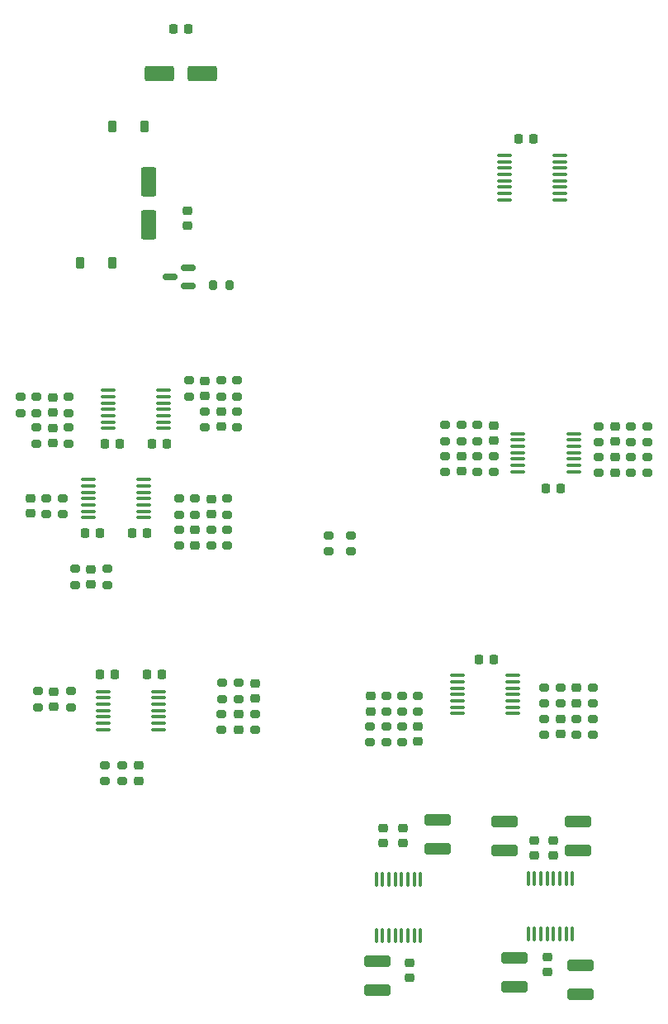
<source format=gbr>
%TF.GenerationSoftware,KiCad,Pcbnew,7.0.1*%
%TF.CreationDate,2024-01-09T19:15:50-05:00*%
%TF.ProjectId,daisy_euro,64616973-795f-4657-9572-6f2e6b696361,rev?*%
%TF.SameCoordinates,Original*%
%TF.FileFunction,Paste,Bot*%
%TF.FilePolarity,Positive*%
%FSLAX46Y46*%
G04 Gerber Fmt 4.6, Leading zero omitted, Abs format (unit mm)*
G04 Created by KiCad (PCBNEW 7.0.1) date 2024-01-09 19:15:50*
%MOMM*%
%LPD*%
G01*
G04 APERTURE LIST*
G04 Aperture macros list*
%AMRoundRect*
0 Rectangle with rounded corners*
0 $1 Rounding radius*
0 $2 $3 $4 $5 $6 $7 $8 $9 X,Y pos of 4 corners*
0 Add a 4 corners polygon primitive as box body*
4,1,4,$2,$3,$4,$5,$6,$7,$8,$9,$2,$3,0*
0 Add four circle primitives for the rounded corners*
1,1,$1+$1,$2,$3*
1,1,$1+$1,$4,$5*
1,1,$1+$1,$6,$7*
1,1,$1+$1,$8,$9*
0 Add four rect primitives between the rounded corners*
20,1,$1+$1,$2,$3,$4,$5,0*
20,1,$1+$1,$4,$5,$6,$7,0*
20,1,$1+$1,$6,$7,$8,$9,0*
20,1,$1+$1,$8,$9,$2,$3,0*%
G04 Aperture macros list end*
%ADD10RoundRect,0.200000X0.275000X-0.200000X0.275000X0.200000X-0.275000X0.200000X-0.275000X-0.200000X0*%
%ADD11RoundRect,0.225000X0.250000X-0.225000X0.250000X0.225000X-0.250000X0.225000X-0.250000X-0.225000X0*%
%ADD12RoundRect,0.225000X-0.250000X0.225000X-0.250000X-0.225000X0.250000X-0.225000X0.250000X0.225000X0*%
%ADD13RoundRect,0.200000X-0.275000X0.200000X-0.275000X-0.200000X0.275000X-0.200000X0.275000X0.200000X0*%
%ADD14RoundRect,0.100000X0.637500X0.100000X-0.637500X0.100000X-0.637500X-0.100000X0.637500X-0.100000X0*%
%ADD15RoundRect,0.250000X1.100000X-0.325000X1.100000X0.325000X-1.100000X0.325000X-1.100000X-0.325000X0*%
%ADD16RoundRect,0.225000X0.225000X0.250000X-0.225000X0.250000X-0.225000X-0.250000X0.225000X-0.250000X0*%
%ADD17RoundRect,0.225000X-0.225000X-0.250000X0.225000X-0.250000X0.225000X0.250000X-0.225000X0.250000X0*%
%ADD18RoundRect,0.150000X0.587500X0.150000X-0.587500X0.150000X-0.587500X-0.150000X0.587500X-0.150000X0*%
%ADD19RoundRect,0.250000X-1.100000X0.325000X-1.100000X-0.325000X1.100000X-0.325000X1.100000X0.325000X0*%
%ADD20RoundRect,0.225000X-0.225000X-0.375000X0.225000X-0.375000X0.225000X0.375000X-0.225000X0.375000X0*%
%ADD21RoundRect,0.100000X0.100000X-0.637500X0.100000X0.637500X-0.100000X0.637500X-0.100000X-0.637500X0*%
%ADD22RoundRect,0.200000X0.200000X0.275000X-0.200000X0.275000X-0.200000X-0.275000X0.200000X-0.275000X0*%
%ADD23RoundRect,0.250000X1.250000X0.550000X-1.250000X0.550000X-1.250000X-0.550000X1.250000X-0.550000X0*%
%ADD24RoundRect,0.250000X-0.550000X1.250000X-0.550000X-1.250000X0.550000X-1.250000X0.550000X1.250000X0*%
%ADD25RoundRect,0.225000X0.225000X0.375000X-0.225000X0.375000X-0.225000X-0.375000X0.225000X-0.375000X0*%
G04 APERTURE END LIST*
D10*
%TO.C,R51*%
X62484000Y-102933000D03*
X62484000Y-101283000D03*
%TD*%
%TO.C,R49*%
X33528000Y-99123000D03*
X33528000Y-97473000D03*
%TD*%
%TO.C,R45*%
X87884000Y-121729000D03*
X87884000Y-120079000D03*
%TD*%
D11*
%TO.C,C11*%
X91821000Y-94869000D03*
X91821000Y-93319000D03*
%TD*%
D12*
%TO.C,C15*%
X50419000Y-97587000D03*
X50419000Y-99137000D03*
%TD*%
D10*
%TO.C,R43*%
X89535000Y-118528600D03*
X89535000Y-116878600D03*
%TD*%
D13*
%TO.C,R30*%
X93480625Y-90107000D03*
X93480625Y-91757000D03*
%TD*%
D14*
%TO.C,U5*%
X45026500Y-117303000D03*
X45026500Y-117953000D03*
X45026500Y-118603000D03*
X45026500Y-119253000D03*
X45026500Y-119903000D03*
X45026500Y-120553000D03*
X45026500Y-121203000D03*
X39301500Y-121203000D03*
X39301500Y-120553000D03*
X39301500Y-119903000D03*
X39301500Y-119253000D03*
X39301500Y-118603000D03*
X39301500Y-117953000D03*
X39301500Y-117303000D03*
%TD*%
D10*
%TO.C,R31*%
X90161375Y-91757000D03*
X90161375Y-90107000D03*
%TD*%
D15*
%TO.C,R50*%
X67437000Y-147906000D03*
X67437000Y-144956000D03*
%TD*%
D12*
%TO.C,C38*%
X38100000Y-104762000D03*
X38100000Y-106312000D03*
%TD*%
D14*
%TO.C,U9*%
X43502500Y-95586000D03*
X43502500Y-96236000D03*
X43502500Y-96886000D03*
X43502500Y-97536000D03*
X43502500Y-98186000D03*
X43502500Y-98836000D03*
X43502500Y-99486000D03*
X37777500Y-99486000D03*
X37777500Y-98836000D03*
X37777500Y-98186000D03*
X37777500Y-97536000D03*
X37777500Y-96886000D03*
X37777500Y-96236000D03*
X37777500Y-95586000D03*
%TD*%
D13*
%TO.C,R37*%
X90161375Y-93269000D03*
X90161375Y-94919000D03*
%TD*%
D16*
%TO.C,C26*%
X48075000Y-49400000D03*
X46525000Y-49400000D03*
%TD*%
D11*
%TO.C,C24*%
X85482332Y-134125000D03*
X85482332Y-132575000D03*
%TD*%
D10*
%TO.C,R34*%
X68362286Y-119380000D03*
X68362286Y-117730000D03*
%TD*%
%TO.C,R21*%
X53213000Y-118046000D03*
X53213000Y-116396000D03*
%TD*%
D13*
%TO.C,R54*%
X48768000Y-97537000D03*
X48768000Y-99187000D03*
%TD*%
D10*
%TO.C,R35*%
X95140250Y-94919000D03*
X95140250Y-93269000D03*
%TD*%
%TO.C,R58*%
X50419000Y-102362000D03*
X50419000Y-100712000D03*
%TD*%
D17*
%TO.C,C19*%
X42278000Y-101092000D03*
X43828000Y-101092000D03*
%TD*%
D10*
%TO.C,R8*%
X48133000Y-87058000D03*
X48133000Y-85408000D03*
%TD*%
D11*
%TO.C,C1*%
X49784000Y-87008000D03*
X49784000Y-85458000D03*
%TD*%
%TO.C,C14*%
X86233000Y-121679000D03*
X86233000Y-120129000D03*
%TD*%
D10*
%TO.C,R3*%
X53086000Y-87058000D03*
X53086000Y-85408000D03*
%TD*%
D12*
%TO.C,C10*%
X66729429Y-117780000D03*
X66729429Y-119330000D03*
%TD*%
D14*
%TO.C,U4*%
X45534500Y-86442000D03*
X45534500Y-87092000D03*
X45534500Y-87742000D03*
X45534500Y-88392000D03*
X45534500Y-89042000D03*
X45534500Y-89692000D03*
X45534500Y-90342000D03*
X39809500Y-90342000D03*
X39809500Y-89692000D03*
X39809500Y-89042000D03*
X39809500Y-88392000D03*
X39809500Y-87742000D03*
X39809500Y-87092000D03*
X39809500Y-86442000D03*
%TD*%
D11*
%TO.C,C35*%
X68055000Y-132842000D03*
X68055000Y-131292000D03*
%TD*%
D17*
%TO.C,C33*%
X43802000Y-115570000D03*
X45352000Y-115570000D03*
%TD*%
D13*
%TO.C,R9*%
X53086000Y-88583000D03*
X53086000Y-90233000D03*
%TD*%
%TO.C,R24*%
X76049429Y-89980000D03*
X76049429Y-91630000D03*
%TD*%
D15*
%TO.C,R60*%
X88011000Y-133555000D03*
X88011000Y-130605000D03*
%TD*%
D12*
%TO.C,C27*%
X48000000Y-68025000D03*
X48000000Y-69575000D03*
%TD*%
D11*
%TO.C,C2*%
X34163000Y-88723000D03*
X34163000Y-87173000D03*
%TD*%
D16*
%TO.C,C21*%
X86259000Y-96520000D03*
X84709000Y-96520000D03*
%TD*%
D18*
%TO.C,U7*%
X48054500Y-73853000D03*
X48054500Y-75753000D03*
X46179500Y-74803000D03*
%TD*%
D19*
%TO.C,R61*%
X73660000Y-130478000D03*
X73660000Y-133428000D03*
%TD*%
D11*
%TO.C,C31*%
X43002200Y-126442000D03*
X43002200Y-124892000D03*
%TD*%
%TO.C,C25*%
X84912200Y-146063000D03*
X84912200Y-144513000D03*
%TD*%
D10*
%TO.C,R22*%
X36002666Y-118922000D03*
X36002666Y-117272000D03*
%TD*%
D13*
%TO.C,R23*%
X74374858Y-89980000D03*
X74374858Y-91630000D03*
%TD*%
%TO.C,R2*%
X41275000Y-124842000D03*
X41275000Y-126492000D03*
%TD*%
D11*
%TO.C,C23*%
X83554666Y-134125000D03*
X83554666Y-132575000D03*
%TD*%
D13*
%TO.C,R12*%
X32512000Y-90234000D03*
X32512000Y-91884000D03*
%TD*%
%TO.C,R46*%
X84582000Y-120079000D03*
X84582000Y-121729000D03*
%TD*%
D14*
%TO.C,U2*%
X86174500Y-62368000D03*
X86174500Y-63018000D03*
X86174500Y-63668000D03*
X86174500Y-64318000D03*
X86174500Y-64968000D03*
X86174500Y-65618000D03*
X86174500Y-66268000D03*
X86174500Y-66918000D03*
X80449500Y-66918000D03*
X80449500Y-66268000D03*
X80449500Y-65618000D03*
X80449500Y-64968000D03*
X80449500Y-64318000D03*
X80449500Y-63668000D03*
X80449500Y-63018000D03*
X80449500Y-62368000D03*
%TD*%
D10*
%TO.C,R44*%
X89535000Y-121729000D03*
X89535000Y-120079000D03*
%TD*%
D13*
%TO.C,R40*%
X74374858Y-93155000D03*
X74374858Y-94805000D03*
%TD*%
D12*
%TO.C,C13*%
X87884000Y-116928600D03*
X87884000Y-118478600D03*
%TD*%
D13*
%TO.C,R32*%
X69995143Y-117730000D03*
X69995143Y-119380000D03*
%TD*%
D20*
%TO.C,D2*%
X36958000Y-73406000D03*
X40258000Y-73406000D03*
%TD*%
D10*
%TO.C,R39*%
X79398574Y-94805000D03*
X79398574Y-93155000D03*
%TD*%
D21*
%TO.C,U8*%
X87466600Y-142156100D03*
X86816600Y-142156100D03*
X86166600Y-142156100D03*
X85516600Y-142156100D03*
X84866600Y-142156100D03*
X84216600Y-142156100D03*
X83566600Y-142156100D03*
X82916600Y-142156100D03*
X82916600Y-136431100D03*
X83566600Y-136431100D03*
X84216600Y-136431100D03*
X84866600Y-136431100D03*
X85516600Y-136431100D03*
X86166600Y-136431100D03*
X86816600Y-136431100D03*
X87466600Y-136431100D03*
%TD*%
D10*
%TO.C,R36*%
X93480625Y-94919000D03*
X93480625Y-93269000D03*
%TD*%
%TO.C,R11*%
X49784000Y-90233000D03*
X49784000Y-88583000D03*
%TD*%
D15*
%TO.C,R14*%
X80518000Y-133555000D03*
X80518000Y-130605000D03*
%TD*%
D13*
%TO.C,R16*%
X54940200Y-119584000D03*
X54940200Y-121234000D03*
%TD*%
%TO.C,R29*%
X95140250Y-90107000D03*
X95140250Y-91757000D03*
%TD*%
D22*
%TO.C,R47*%
X52260000Y-75692000D03*
X50610000Y-75692000D03*
%TD*%
D23*
%TO.C,C28*%
X49500000Y-54000000D03*
X45100000Y-54000000D03*
%TD*%
D11*
%TO.C,C12*%
X76049429Y-94755000D03*
X76049429Y-93205000D03*
%TD*%
D12*
%TO.C,C4*%
X34163000Y-90284000D03*
X34163000Y-91834000D03*
%TD*%
%TO.C,C5*%
X54906333Y-116446000D03*
X54906333Y-117996000D03*
%TD*%
D10*
%TO.C,R15*%
X51485800Y-121234000D03*
X51485800Y-119584000D03*
%TD*%
D19*
%TO.C,R13*%
X88265000Y-145337000D03*
X88265000Y-148287000D03*
%TD*%
D17*
%TO.C,C34*%
X38989000Y-115570000D03*
X40539000Y-115570000D03*
%TD*%
%TO.C,C17*%
X44310000Y-91948000D03*
X45860000Y-91948000D03*
%TD*%
D12*
%TO.C,C7*%
X79398571Y-90030000D03*
X79398571Y-91580000D03*
%TD*%
D17*
%TO.C,C30*%
X81902000Y-60706000D03*
X83452000Y-60706000D03*
%TD*%
D10*
%TO.C,R38*%
X77724000Y-94805000D03*
X77724000Y-93155000D03*
%TD*%
D13*
%TO.C,R48*%
X35179000Y-97473000D03*
X35179000Y-99123000D03*
%TD*%
D10*
%TO.C,R7*%
X35814000Y-88773000D03*
X35814000Y-87123000D03*
%TD*%
D21*
%TO.C,U10*%
X71871000Y-142308500D03*
X71221000Y-142308500D03*
X70571000Y-142308500D03*
X69921000Y-142308500D03*
X69271000Y-142308500D03*
X68621000Y-142308500D03*
X67971000Y-142308500D03*
X67321000Y-142308500D03*
X67321000Y-136583500D03*
X67971000Y-136583500D03*
X68621000Y-136583500D03*
X69271000Y-136583500D03*
X69921000Y-136583500D03*
X70571000Y-136583500D03*
X71221000Y-136583500D03*
X71871000Y-136583500D03*
%TD*%
D17*
%TO.C,C18*%
X39484000Y-91948000D03*
X41034000Y-91948000D03*
%TD*%
D10*
%TO.C,R25*%
X77724000Y-91630000D03*
X77724000Y-89980000D03*
%TD*%
D11*
%TO.C,C8*%
X71609858Y-122441000D03*
X71609858Y-120891000D03*
%TD*%
D13*
%TO.C,R42*%
X86233000Y-116878600D03*
X86233000Y-118528600D03*
%TD*%
D12*
%TO.C,C6*%
X34290000Y-117322000D03*
X34290000Y-118872000D03*
%TD*%
D13*
%TO.C,R52*%
X47117000Y-97537000D03*
X47117000Y-99187000D03*
%TD*%
%TO.C,R20*%
X32635332Y-117272000D03*
X32635332Y-118922000D03*
%TD*%
D12*
%TO.C,C9*%
X91821000Y-90157000D03*
X91821000Y-91707000D03*
%TD*%
D16*
%TO.C,C22*%
X79388000Y-114046000D03*
X77838000Y-114046000D03*
%TD*%
D24*
%TO.C,C29*%
X44000000Y-65100000D03*
X44000000Y-69500000D03*
%TD*%
D12*
%TO.C,C39*%
X31877000Y-97523000D03*
X31877000Y-99073000D03*
%TD*%
D10*
%TO.C,R53*%
X52070000Y-99187000D03*
X52070000Y-97537000D03*
%TD*%
D13*
%TO.C,R17*%
X36449000Y-104712000D03*
X36449000Y-106362000D03*
%TD*%
D14*
%TO.C,U6*%
X81348500Y-115652000D03*
X81348500Y-116302000D03*
X81348500Y-116952000D03*
X81348500Y-117602000D03*
X81348500Y-118252000D03*
X81348500Y-118902000D03*
X81348500Y-119552000D03*
X75623500Y-119552000D03*
X75623500Y-118902000D03*
X75623500Y-118252000D03*
X75623500Y-117602000D03*
X75623500Y-116952000D03*
X75623500Y-116302000D03*
X75623500Y-115652000D03*
%TD*%
D10*
%TO.C,R18*%
X39751000Y-106362000D03*
X39751000Y-104712000D03*
%TD*%
D13*
%TO.C,R19*%
X51519667Y-116396000D03*
X51519667Y-118046000D03*
%TD*%
%TO.C,R6*%
X32512000Y-87123000D03*
X32512000Y-88773000D03*
%TD*%
%TO.C,R59*%
X47117000Y-100712000D03*
X47117000Y-102362000D03*
%TD*%
D10*
%TO.C,R55*%
X64770000Y-102933000D03*
X64770000Y-101283000D03*
%TD*%
D11*
%TO.C,C3*%
X51435000Y-90183000D03*
X51435000Y-88633000D03*
%TD*%
D10*
%TO.C,R1*%
X39547800Y-126492000D03*
X39547800Y-124842000D03*
%TD*%
D13*
%TO.C,R33*%
X71628000Y-117730000D03*
X71628000Y-119380000D03*
%TD*%
D11*
%TO.C,C32*%
X53213000Y-121184000D03*
X53213000Y-119634000D03*
%TD*%
D10*
%TO.C,R26*%
X66711286Y-122491000D03*
X66711286Y-120841000D03*
%TD*%
D13*
%TO.C,R28*%
X69977000Y-120841000D03*
X69977000Y-122491000D03*
%TD*%
D10*
%TO.C,R57*%
X52070000Y-102362000D03*
X52070000Y-100712000D03*
%TD*%
D14*
%TO.C,U3*%
X87571500Y-90887000D03*
X87571500Y-91537000D03*
X87571500Y-92187000D03*
X87571500Y-92837000D03*
X87571500Y-93487000D03*
X87571500Y-94137000D03*
X87571500Y-94787000D03*
X81846500Y-94787000D03*
X81846500Y-94137000D03*
X81846500Y-93487000D03*
X81846500Y-92837000D03*
X81846500Y-92187000D03*
X81846500Y-91537000D03*
X81846500Y-90887000D03*
%TD*%
D13*
%TO.C,R41*%
X84582000Y-116878600D03*
X84582000Y-118528600D03*
%TD*%
D25*
%TO.C,D1*%
X43560000Y-59436000D03*
X40260000Y-59436000D03*
%TD*%
D10*
%TO.C,R27*%
X68344143Y-122491000D03*
X68344143Y-120841000D03*
%TD*%
D11*
%TO.C,C36*%
X70104000Y-132842000D03*
X70104000Y-131292000D03*
%TD*%
%TO.C,C37*%
X70713600Y-146621800D03*
X70713600Y-145071800D03*
%TD*%
D13*
%TO.C,R5*%
X51435000Y-85408000D03*
X51435000Y-87058000D03*
%TD*%
D19*
%TO.C,R56*%
X81534000Y-144575000D03*
X81534000Y-147525000D03*
%TD*%
D10*
%TO.C,R10*%
X35814000Y-91884000D03*
X35814000Y-90234000D03*
%TD*%
D17*
%TO.C,C20*%
X37452000Y-101092000D03*
X39002000Y-101092000D03*
%TD*%
D10*
%TO.C,R4*%
X30861000Y-88773000D03*
X30861000Y-87123000D03*
%TD*%
D11*
%TO.C,C16*%
X48768000Y-102312000D03*
X48768000Y-100762000D03*
%TD*%
M02*

</source>
